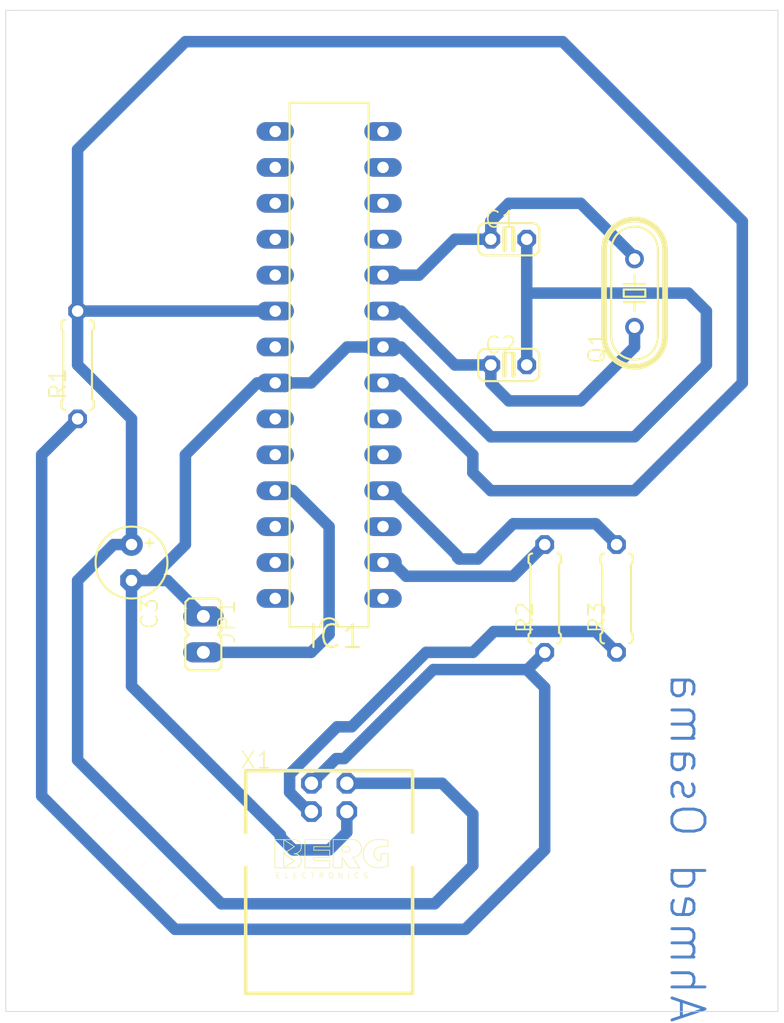
<source format=kicad_pcb>
(kicad_pcb (version 20230517) (generator pcbnew)
  (layers (0 "F.Cu" signal) (31 "B.Cu" signal) (34 "B.Paste" user) (35 "F.Paste" user) (36 "B.SilkS" user "B.Silkscreen") (37 "F.SilkS" user "F.Silkscreen") (38 "B.Mask" user) (39 "F.Mask" user) (44 "Edge.Cuts" user))
  (net 0 "")
  (net 1 "AREF")
  (net 2 "GND")
  (net 3 "D_P")
  (net 4 "N$21")
  (net 5 "N$22")
  (net 6 "D_N")
  (net 7 "VCC")
  (net 8 "R_P")
  (net 9 "R_N")
  (net 10 "N$1")
  (footprint "avrusbboot_example:E2,5-5" (layer "F.Cu") (at 130.0961 108.6486 -90)
    (fp_text reference "C3" (at 2.413 -1.27 90) (layer "F.SilkS") (effects (font (size 1.1557 1.1557) (thickness 0.1143)) (justify right)))
    (fp_text value "10u")
    (fp_line (start -1.397 -1.016) (end -1.397 -1.27) (stroke (width 0.1524)) (layer "F.SilkS"))
    (fp_line (start -1.651 -1.27) (end -1.397 -1.27) (stroke (width 0.1524)) (layer "F.SilkS"))
    (fp_line (start -1.397 -1.27) (end -1.143 -1.27) (stroke (width 0.1524)) (layer "F.SilkS"))
    (fp_line (start -1.397 -1.27) (end -1.397 -1.524) (stroke (width 0.1524)) (layer "F.SilkS"))
    (fp_circle (center 0 0) (end 2.54 0) (stroke (width 0.1524)) (fill none) (layer "F.SilkS"))
    (pad "+" thru_hole circle (at -1.27 0 270) (size 1.6002 1.6002) (drill 0.8128) (layers "*.Cu" "*.Mask") (net 7 "VCC"))
    (pad "-" thru_hole roundrect (at 1.27 0 270) (size 1.6002 1.6002) (drill 0.8128) (layers "*.Cu" "*.Mask") (chamfer_ratio 0.2928932188) (chamfer top_left top_right bottom_left bottom_right) (net 2 "GND"))
  )
  (footprint "avrusbboot_example:0207_7" (layer "F.Cu") (at 126.2861 94.6786 90)
    (fp_text reference "R1" (at -2.54 -1.397 90) (layer "F.SilkS") (effects (font (size 1.1557 1.1557) (thickness 0.1143)) (justify left)))
    (fp_text value "1k5")
    (fp_line (start 2.921 -1.143) (end 2.54 -1.143) (stroke (width 0.1524)) (layer "F.SilkS"))
    (fp_line (start -2.921 -1.143) (end -2.54 -1.143) (stroke (width 0.1524)) (layer "F.SilkS"))
    (fp_line (start 2.413 -1.016) (end 2.54 -1.143) (stroke (width 0.1524)) (layer "F.SilkS"))
    (fp_line (start 2.413 -1.016) (end -2.413 -1.016) (stroke (width 0.1524)) (layer "F.SilkS"))
    (fp_line (start -2.413 -1.016) (end -2.54 -1.143) (stroke (width 0.1524)) (layer "F.SilkS"))
    (fp_line (start 2.413 1.016) (end -2.413 1.016) (stroke (width 0.1524)) (layer "F.SilkS"))
    (fp_line (start 2.413 1.016) (end 2.54 1.143) (stroke (width 0.1524)) (layer "F.SilkS"))
    (fp_line (start -2.413 1.016) (end -2.54 1.143) (stroke (width 0.1524)) (layer "F.SilkS"))
    (fp_line (start 2.921 1.143) (end 2.54 1.143) (stroke (width 0.1524)) (layer "F.SilkS"))
    (fp_line (start -2.921 1.143) (end -2.54 1.143) (stroke (width 0.1524)) (layer "F.SilkS"))
    (fp_arc (start 2.921 -1.143) (mid 3.100605 -1.068605) (end 3.175 -0.889) (stroke (width 0.1524)) (layer "F.SilkS"))
    (fp_arc (start -3.175 -0.889) (mid -3.100605 -1.068605) (end -2.921 -1.143) (stroke (width 0.1524)) (layer "F.SilkS"))
    (fp_arc (start 3.175 0.889) (mid 3.100605 1.068605) (end 2.921 1.143) (stroke (width 0.1524)) (layer "F.SilkS"))
    (fp_arc (start -2.921 1.143) (mid -3.100605 1.068605) (end -3.175 0.889) (stroke (width 0.1524)) (layer "F.SilkS"))
    (pad "1" thru_hole roundrect (at -3.81 0 90) (size 1.3208 1.3208) (drill 0.8128) (layers "*.Cu" "*.Mask") (chamfer_ratio 0.2928932188) (chamfer top_left top_right bottom_left bottom_right) (net 6 "D_N"))
    (pad "2" thru_hole roundrect (at 3.81 0 90) (size 1.3208 1.3208) (drill 0.8128) (layers "*.Cu" "*.Mask") (chamfer_ratio 0.2928932188) (chamfer top_left top_right bottom_left bottom_right) (net 7 "VCC"))
  )
  (footprint "avrusbboot_example:C025-024X044" (layer "F.Cu") (at 156.7661 85.7886)
    (fp_text reference "C1" (at -1.778 -1.397) (layer "F.SilkS") (effects (font (size 1.1557 1.1557) (thickness 0.1143)) (justify left)))
    (fp_text value "27p")
    (fp_line (start -2.159 0.635) (end -2.159 -0.635) (stroke (width 0.1524)) (layer "F.SilkS"))
    (fp_line (start -0.3048 -0.762) (end -0.3048 0.762) (stroke (width 0.3048)) (layer "F.SilkS"))
    (fp_line (start 0.3302 -0.762) (end 0.3302 0.762) (stroke (width 0.3048)) (layer "F.SilkS"))
    (fp_line (start 1.651 -1.143) (end -1.651 -1.143) (stroke (width 0.1524)) (layer "F.SilkS"))
    (fp_line (start 1.651 1.143) (end -1.651 1.143) (stroke (width 0.1524)) (layer "F.SilkS"))
    (fp_line (start 2.159 0.635) (end 2.159 -0.635) (stroke (width 0.1524)) (layer "F.SilkS"))
    (fp_arc (start -2.159 -0.635) (mid -2.01021 -0.99421) (end -1.651 -1.143) (stroke (width 0.1524)) (layer "F.SilkS"))
    (fp_arc (start -1.651 1.143) (mid -2.01021 0.99421) (end -2.159 0.635) (stroke (width 0.1524)) (layer "F.SilkS"))
    (fp_arc (start 1.651 -1.143) (mid 2.01021 -0.99421) (end 2.159 -0.635) (stroke (width 0.1524)) (layer "F.SilkS"))
    (fp_arc (start 2.159 0.635) (mid 2.01021 0.99421) (end 1.651 1.143) (stroke (width 0.1524)) (layer "F.SilkS"))
    (pad "1" thru_hole roundrect (at -1.27 0) (size 1.3208 1.3208) (drill 0.8128) (layers "*.Cu" "*.Mask") (chamfer_ratio 0.2928932188) (chamfer top_left top_right bottom_left bottom_right) (net 4 "N$21"))
    (pad "2" thru_hole roundrect (at 1.27 0) (size 1.3208 1.3208) (drill 0.8128) (layers "*.Cu" "*.Mask") (chamfer_ratio 0.2928932188) (chamfer top_left top_right bottom_left bottom_right) (net 2 "GND"))
  )
  (footprint "avrusbboot_example:C025-024X044" (layer "F.Cu") (at 156.7661 94.6786)
    (fp_text reference "C2" (at -1.778 -1.397) (layer "F.SilkS") (effects (font (size 1.1557 1.1557) (thickness 0.1143)) (justify left)))
    (fp_text value "27p")
    (fp_line (start -2.159 0.635) (end -2.159 -0.635) (stroke (width 0.1524)) (layer "F.SilkS"))
    (fp_line (start -0.3048 -0.762) (end -0.3048 0.762) (stroke (width 0.3048)) (layer "F.SilkS"))
    (fp_line (start 0.3302 -0.762) (end 0.3302 0.762) (stroke (width 0.3048)) (layer "F.SilkS"))
    (fp_line (start 1.651 -1.143) (end -1.651 -1.143) (stroke (width 0.1524)) (layer "F.SilkS"))
    (fp_line (start 1.651 1.143) (end -1.651 1.143) (stroke (width 0.1524)) (layer "F.SilkS"))
    (fp_line (start 2.159 0.635) (end 2.159 -0.635) (stroke (width 0.1524)) (layer "F.SilkS"))
    (fp_arc (start -2.159 -0.635) (mid -2.01021 -0.99421) (end -1.651 -1.143) (stroke (width 0.1524)) (layer "F.SilkS"))
    (fp_arc (start -1.651 1.143) (mid -2.01021 0.99421) (end -2.159 0.635) (stroke (width 0.1524)) (layer "F.SilkS"))
    (fp_arc (start 1.651 -1.143) (mid 2.01021 -0.99421) (end 2.159 -0.635) (stroke (width 0.1524)) (layer "F.SilkS"))
    (fp_arc (start 2.159 0.635) (mid 2.01021 0.99421) (end 1.651 1.143) (stroke (width 0.1524)) (layer "F.SilkS"))
    (pad "1" thru_hole roundrect (at -1.27 0) (size 1.3208 1.3208) (drill 0.8128) (layers "*.Cu" "*.Mask") (chamfer_ratio 0.2928932188) (chamfer top_left top_right bottom_left bottom_right) (net 5 "N$22"))
    (pad "2" thru_hole roundrect (at 1.27 0) (size 1.3208 1.3208) (drill 0.8128) (layers "*.Cu" "*.Mask") (chamfer_ratio 0.2928932188) (chamfer top_left top_right bottom_left bottom_right) (net 2 "GND"))
  )
  (footprint "avrusbboot_example:0207_7" (layer "F.Cu") (at 159.3061 111.1886 90)
    (fp_text reference "R2" (at -2.54 -1.397 90) (layer "F.SilkS") (effects (font (size 1.1557 1.1557) (thickness 0.1143)) (justify left)))
    (fp_text value "68R")
    (fp_line (start 2.921 -1.143) (end 2.54 -1.143) (stroke (width 0.1524)) (layer "F.SilkS"))
    (fp_line (start -2.921 -1.143) (end -2.54 -1.143) (stroke (width 0.1524)) (layer "F.SilkS"))
    (fp_line (start 2.413 -1.016) (end 2.54 -1.143) (stroke (width 0.1524)) (layer "F.SilkS"))
    (fp_line (start 2.413 -1.016) (end -2.413 -1.016) (stroke (width 0.1524)) (layer "F.SilkS"))
    (fp_line (start -2.413 -1.016) (end -2.54 -1.143) (stroke (width 0.1524)) (layer "F.SilkS"))
    (fp_line (start 2.413 1.016) (end -2.413 1.016) (stroke (width 0.1524)) (layer "F.SilkS"))
    (fp_line (start 2.413 1.016) (end 2.54 1.143) (stroke (width 0.1524)) (layer "F.SilkS"))
    (fp_line (start -2.413 1.016) (end -2.54 1.143) (stroke (width 0.1524)) (layer "F.SilkS"))
    (fp_line (start 2.921 1.143) (end 2.54 1.143) (stroke (width 0.1524)) (layer "F.SilkS"))
    (fp_line (start -2.921 1.143) (end -2.54 1.143) (stroke (width 0.1524)) (layer "F.SilkS"))
    (fp_arc (start 2.921 -1.143) (mid 3.100605 -1.068605) (end 3.175 -0.889) (stroke (width 0.1524)) (layer "F.SilkS"))
    (fp_arc (start -3.175 -0.889) (mid -3.100605 -1.068605) (end -2.921 -1.143) (stroke (width 0.1524)) (layer "F.SilkS"))
    (fp_arc (start 3.175 0.889) (mid 3.100605 1.068605) (end 2.921 1.143) (stroke (width 0.1524)) (layer "F.SilkS"))
    (fp_arc (start -2.921 1.143) (mid -3.100605 1.068605) (end -3.175 0.889) (stroke (width 0.1524)) (layer "F.SilkS"))
    (pad "1" thru_hole roundrect (at -3.81 0 90) (size 1.3208 1.3208) (drill 0.8128) (layers "*.Cu" "*.Mask") (chamfer_ratio 0.2928932188) (chamfer top_left top_right bottom_left bottom_right) (net 6 "D_N"))
    (pad "2" thru_hole roundrect (at 3.81 0 90) (size 1.3208 1.3208) (drill 0.8128) (layers "*.Cu" "*.Mask") (chamfer_ratio 0.2928932188) (chamfer top_left top_right bottom_left bottom_right) (net 9 "R_N"))
  )
  (footprint "avrusbboot_example:DIL28-3" (layer "F.Cu") (at 144.0661 94.6786 90)
    (fp_text reference "IC1" (at -19.2024 2.54) (layer "F.SilkS") (effects (font (size 1.61798 1.61798) (thickness 0.16002)) (justify right)))
    (fp_text value "ATMega8")
    (fp_line (start 18.542 -2.794) (end 18.542 2.794) (stroke (width 0.1524)) (layer "F.SilkS"))
    (fp_line (start -18.542 -2.794) (end 18.542 -2.794) (stroke (width 0.1524)) (layer "F.SilkS"))
    (fp_line (start -18.542 -2.794) (end -18.542 -0.635) (stroke (width 0.1524)) (layer "F.SilkS"))
    (fp_line (start -18.542 0.635) (end -18.542 2.794) (stroke (width 0.1524)) (layer "F.SilkS"))
    (fp_line (start -18.542 2.794) (end 18.542 2.794) (stroke (width 0.1524)) (layer "F.SilkS"))
    (fp_arc (start -18.542 -0.635) (mid -17.907 0) (end -18.542 0.635) (stroke (width 0.1524)) (layer "F.SilkS"))
    (pad "1" thru_hole oval (at -16.51 3.81 180) (size 2.6416 1.3208) (drill 0.8128) (layers "*.Cu" "*.Mask"))
    (pad "2" thru_hole oval (at -13.97 3.81 180) (size 2.6416 1.3208) (drill 0.8128) (layers "*.Cu" "*.Mask") (net 9 "R_N"))
    (pad "3" thru_hole oval (at -11.43 3.81 180) (size 2.6416 1.3208) (drill 0.8128) (layers "*.Cu" "*.Mask"))
    (pad "4" thru_hole oval (at -8.89 3.81 180) (size 2.6416 1.3208) (drill 0.8128) (layers "*.Cu" "*.Mask") (net 8 "R_P"))
    (pad "5" thru_hole oval (at -6.35 3.81 180) (size 2.6416 1.3208) (drill 0.8128) (layers "*.Cu" "*.Mask"))
    (pad "6" thru_hole oval (at -3.81 3.81 180) (size 2.6416 1.3208) (drill 0.8128) (layers "*.Cu" "*.Mask"))
    (pad "7" thru_hole oval (at -1.27 3.81 180) (size 2.6416 1.3208) (drill 0.8128) (layers "*.Cu" "*.Mask") (net 7 "VCC"))
    (pad "8" thru_hole oval (at 1.27 3.81 180) (size 2.6416 1.3208) (drill 0.8128) (layers "*.Cu" "*.Mask") (net 2 "GND"))
    (pad "9" thru_hole oval (at 3.81 3.81 180) (size 2.6416 1.3208) (drill 0.8128) (layers "*.Cu" "*.Mask") (net 5 "N$22"))
    (pad "10" thru_hole oval (at 6.35 3.81 180) (size 2.6416 1.3208) (drill 0.8128) (layers "*.Cu" "*.Mask") (net 4 "N$21"))
    (pad "11" thru_hole oval (at 8.89 3.81 180) (size 2.6416 1.3208) (drill 0.8128) (layers "*.Cu" "*.Mask"))
    (pad "12" thru_hole oval (at 11.43 3.81 180) (size 2.6416 1.3208) (drill 0.8128) (layers "*.Cu" "*.Mask"))
    (pad "13" thru_hole oval (at 13.97 3.81 180) (size 2.6416 1.3208) (drill 0.8128) (layers "*.Cu" "*.Mask"))
    (pad "14" thru_hole oval (at 16.51 3.81 180) (size 2.6416 1.3208) (drill 0.8128) (layers "*.Cu" "*.Mask"))
    (pad "15" thru_hole oval (at 16.51 -3.81 180) (size 2.6416 1.3208) (drill 0.8128) (layers "*.Cu" "*.Mask"))
    (pad "16" thru_hole oval (at 13.97 -3.81 180) (size 2.6416 1.3208) (drill 0.8128) (layers "*.Cu" "*.Mask"))
    (pad "17" thru_hole oval (at 11.43 -3.81 180) (size 2.6416 1.3208) (drill 0.8128) (layers "*.Cu" "*.Mask"))
    (pad "18" thru_hole oval (at 8.89 -3.81 180) (size 2.6416 1.3208) (drill 0.8128) (layers "*.Cu" "*.Mask"))
    (pad "19" thru_hole oval (at 6.35 -3.81 180) (size 2.6416 1.3208) (drill 0.8128) (layers "*.Cu" "*.Mask"))
    (pad "20" thru_hole oval (at 3.81 -3.81 180) (size 2.6416 1.3208) (drill 0.8128) (layers "*.Cu" "*.Mask") (net 7 "VCC"))
    (pad "21" thru_hole oval (at 1.27 -3.81 180) (size 2.6416 1.3208) (drill 0.8128) (layers "*.Cu" "*.Mask") (net 1 "AREF"))
    (pad "22" thru_hole oval (at -1.27 -3.81 180) (size 2.6416 1.3208) (drill 0.8128) (layers "*.Cu" "*.Mask") (net 2 "GND"))
    (pad "23" thru_hole oval (at -3.81 -3.81 180) (size 2.6416 1.3208) (drill 0.8128) (layers "*.Cu" "*.Mask"))
    (pad "24" thru_hole oval (at -6.35 -3.81 180) (size 2.6416 1.3208) (drill 0.8128) (layers "*.Cu" "*.Mask"))
    (pad "25" thru_hole oval (at -8.89 -3.81 180) (size 2.6416 1.3208) (drill 0.8128) (layers "*.Cu" "*.Mask") (net 10 "N$1"))
    (pad "26" thru_hole oval (at -11.43 -3.81 180) (size 2.6416 1.3208) (drill 0.8128) (layers "*.Cu" "*.Mask"))
    (pad "27" thru_hole oval (at -13.97 -3.81 180) (size 2.6416 1.3208) (drill 0.8128) (layers "*.Cu" "*.Mask"))
    (pad "28" thru_hole oval (at -16.51 -3.81 180) (size 2.6416 1.3208) (drill 0.8128) (layers "*.Cu" "*.Mask"))
  )
  (footprint "avrusbboot_example:PN61729" (layer "F.Cu") (at 144.0661 128.9686)
    (fp_text reference "X1" (at -6.35 -6.35) (layer "F.SilkS") (effects (font (size 1.176528 1.176528) (thickness 0.093472)) (justify left)))
    (fp_text value "")
    (fp_line (start -5.9 -5.6) (end -5.9 10.15) (stroke (width 0.254)) (layer "F.SilkS"))
    (fp_line (start -5.9 10.15) (end 5.9 10.15) (stroke (width 0.254)) (layer "F.SilkS"))
    (fp_line (start -3.835 -0.73) (end -3.835 1.27) (stroke (width 0.0508)) (layer "F.SilkS"))
    (fp_line (start -3.835 1.27) (end -3.21 1.27) (stroke (width 0.0508)) (layer "F.SilkS"))
    (fp_line (start -3.21 -0.73) (end -3.835 -0.73) (stroke (width 0.0508)) (layer "F.SilkS"))
    (fp_line (start -3.21 -0.73) (end -2.46 -0.23) (stroke (width 0.0508)) (layer "F.SilkS"))
    (fp_line (start -3.21 0.27) (end -3.21 -0.73) (stroke (width 0.0508)) (layer "F.SilkS"))
    (fp_line (start -3.21 0.27) (end -2.46 0.77) (stroke (width 0.0508)) (layer "F.SilkS"))
    (fp_line (start -3.21 1.27) (end -3.21 0.27) (stroke (width 0.0508)) (layer "F.SilkS"))
    (fp_line (start -2.46 -0.73) (end -3.21 -0.73) (stroke (width 0.0508)) (layer "F.SilkS"))
    (fp_line (start -2.46 -0.23) (end -3.21 0.27) (stroke (width 0.0508)) (layer "F.SilkS"))
    (fp_line (start -2.46 0.77) (end -3.21 1.27) (stroke (width 0.0508)) (layer "F.SilkS"))
    (fp_line (start -2.46 1.27) (end -3.21 1.27) (stroke (width 0.0508)) (layer "F.SilkS"))
    (fp_line (start -1.71 -0.73) (end -1.71 1.27) (stroke (width 0.0508)) (layer "F.SilkS"))
    (fp_line (start -1.71 1.27) (end 0.04 1.27) (stroke (width 0.0508)) (layer "F.SilkS"))
    (fp_line (start -1.085 -0.23) (end 0.04 -0.23) (stroke (width 0.0508)) (layer "F.SilkS"))
    (fp_line (start -1.085 0.02) (end -1.085 -0.23) (stroke (width 0.0508)) (layer "F.SilkS"))
    (fp_line (start -1.085 0.52) (end 0.04 0.52) (stroke (width 0.0508)) (layer "F.SilkS"))
    (fp_line (start -1.085 0.77) (end -1.085 0.52) (stroke (width 0.0508)) (layer "F.SilkS"))
    (fp_line (start 0.04 -0.73) (end -1.71 -0.73) (stroke (width 0.0508)) (layer "F.SilkS"))
    (fp_line (start 0.04 -0.23) (end 0.04 -0.73) (stroke (width 0.0508)) (layer "F.SilkS"))
    (fp_line (start 0.04 0.02) (end -1.085 0.02) (stroke (width 0.0508)) (layer "F.SilkS"))
    (fp_line (start 0.04 0.52) (end 0.04 0.02) (stroke (width 0.0508)) (layer "F.SilkS"))
    (fp_line (start 0.04 0.77) (end -1.085 0.77) (stroke (width 0.0508)) (layer "F.SilkS"))
    (fp_line (start 0.04 1.27) (end 0.04 0.77) (stroke (width 0.0508)) (layer "F.SilkS"))
    (fp_line (start 0.29 -0.73) (end 0.29 1.27) (stroke (width 0.0508)) (layer "F.SilkS"))
    (fp_line (start 0.29 -0.73) (end 1.665 -0.73) (stroke (width 0.0508)) (layer "F.SilkS"))
    (fp_line (start 0.29 1.27) (end 0.915 1.27) (stroke (width 0.0508)) (layer "F.SilkS"))
    (fp_line (start 0.915 -0.23) (end 0.915 0.145) (stroke (width 0.0508)) (layer "F.SilkS"))
    (fp_line (start 0.915 -0.23) (end 1.29 -0.23) (stroke (width 0.0508)) (layer "F.SilkS"))
    (fp_line (start 0.915 0.145) (end 1.29 0.145) (stroke (width 0.0508)) (layer "F.SilkS"))
    (fp_line (start 0.915 0.52) (end 1.415 1.27) (stroke (width 0.0508)) (layer "F.SilkS"))
    (fp_line (start 0.915 1.27) (end 0.915 0.52) (stroke (width 0.0508)) (layer "F.SilkS"))
    (fp_line (start 1.415 1.27) (end 2.165 1.27) (stroke (width 0.0508)) (layer "F.SilkS"))
    (fp_line (start 2.165 1.27) (end 1.665 0.52) (stroke (width 0.0508)) (layer "F.SilkS"))
    (fp_line (start 3.665 0.27) (end 3.665 0.77) (stroke (width 0.0508)) (layer "F.SilkS"))
    (fp_line (start 3.665 0.27) (end 4.165 0.27) (stroke (width 0.0508)) (layer "F.SilkS"))
    (fp_line (start 4.16 -0.23) (end 4.16 -0.675) (stroke (width 0.0508)) (layer "F.SilkS"))
    (fp_line (start 4.165 0.27) (end 4.165 1.145) (stroke (width 0.0508)) (layer "F.SilkS"))
    (fp_line (start 5.9 -5.6) (end -5.9 -5.6) (stroke (width 0.254)) (layer "F.SilkS"))
    (fp_line (start 5.9 10.15) (end 5.9 -5.6) (stroke (width 0.254)) (layer "F.SilkS"))
    (fp_arc (start -2.46 -0.73) (mid -1.96 -0.23) (end -2.46 0.27) (stroke (width 0.0508)) (layer "F.SilkS"))
    (fp_arc (start -2.46 0.27) (mid -1.96 0.77) (end -2.46 1.27) (stroke (width 0.0508)) (layer "F.SilkS"))
    (fp_arc (start 1.29 -0.23) (mid 1.4775 -0.0425) (end 1.29 0.145) (stroke (width 0.0508)) (layer "F.SilkS"))
    (fp_arc (start 1.665 -0.73) (mid 2.29 -0.105) (end 1.665 0.52) (stroke (width 0.0508)) (layer "F.SilkS"))
    (fp_arc (start 3.415 -0.73) (mid 3.796448 -0.722513) (end 4.175 -0.675) (stroke (width 0.0508)) (layer "F.SilkS"))
    (fp_arc (start 3.415 1.27) (mid 2.415 0.27) (end 3.415 -0.73) (stroke (width 0.0508)) (layer "F.SilkS"))
    (fp_arc (start 3.665 -0.23) (mid 3.915 -0.246593) (end 4.165 -0.23) (stroke (width 0.0508)) (layer "F.SilkS"))
    (fp_arc (start 3.665 0.77) (mid 3.165 0.27) (end 3.665 -0.23) (stroke (width 0.0508)) (layer "F.SilkS"))
    (fp_arc (start 4.165 1.145) (mid 3.795035 1.23771) (end 3.415 1.27) (stroke (width 0.0508)) (layer "F.SilkS"))
    (fp_text user "E L E C T R O N I C S" (at -3.81 2.04) (layer "F.SilkS") (effects (font (size 0.373888 0.373888) (thickness 0.032512)) (justify left bottom)))
    (pad "" np_thru_hole circle (at -6.02 0) (size 2.3 2.3) (drill 2.3) (layers "*.Cu" "*.Mask"))
    (pad "" np_thru_hole circle (at 6.02 0) (size 2.3 2.3) (drill 2.3) (layers "*.Cu" "*.Mask"))
    (pad "1" thru_hole roundrect (at 1.25 -4.71) (size 1.458 1.458) (drill 0.95) (layers "*.Cu" "*.Mask") (chamfer_ratio 0.2928932188) (chamfer top_left top_right bottom_left bottom_right) (net 7 "VCC"))
    (pad "2" thru_hole roundrect (at -1.25 -4.71) (size 1.458 1.458) (drill 0.95) (layers "*.Cu" "*.Mask") (chamfer_ratio 0.2928932188) (chamfer top_left top_right bottom_left bottom_right) (net 6 "D_N"))
    (pad "3" thru_hole roundrect (at -1.25 -2.71) (size 1.458 1.458) (drill 0.95) (layers "*.Cu" "*.Mask") (chamfer_ratio 0.2928932188) (chamfer top_left top_right bottom_left bottom_right) (net 3 "D_P"))
    (pad "4" thru_hole roundrect (at 1.25 -2.71) (size 1.458 1.458) (drill 0.95) (layers "*.Cu" "*.Mask") (chamfer_ratio 0.2928932188) (chamfer top_left top_right bottom_left bottom_right) (net 2 "GND"))
  )
  (footprint "avrusbboot_example:HC49_S" (layer "F.Cu") (at 165.6561 89.5986 90)
    (fp_text reference "Q1" (at -5.08 -2.667 90) (layer "F.SilkS") (effects (font (size 1.1557 1.1557) (thickness 0.1143)) (justify left)))
    (fp_text value "12MHz")
    (fp_line (start -3.048 -2.159) (end 3.048 -2.159) (stroke (width 0.4064)) (layer "F.SilkS"))
    (fp_line (start 3.048 -1.651) (end -3.048 -1.651) (stroke (width 0.1524)) (layer "F.SilkS"))
    (fp_line (start 0.635 -0.762) (end 0.635 0) (stroke (width 0.1524)) (layer "F.SilkS"))
    (fp_line (start 0.254 -0.762) (end 0.254 0.762) (stroke (width 0.1524)) (layer "F.SilkS"))
    (fp_line (start -0.254 -0.762) (end 0.254 -0.762) (stroke (width 0.1524)) (layer "F.SilkS"))
    (fp_line (start -0.635 -0.762) (end -0.635 0) (stroke (width 0.1524)) (layer "F.SilkS"))
    (fp_line (start 0.635 0) (end 1.27 0) (stroke (width 0.1524)) (layer "F.SilkS"))
    (fp_line (start 0.635 0) (end 0.635 0.762) (stroke (width 0.1524)) (layer "F.SilkS"))
    (fp_line (start -0.635 0) (end -1.27 0) (stroke (width 0.1524)) (layer "F.SilkS"))
    (fp_line (start -0.635 0) (end -0.635 0.762) (stroke (width 0.1524)) (layer "F.SilkS"))
    (fp_line (start 0.254 0.762) (end -0.254 0.762) (stroke (width 0.1524)) (layer "F.SilkS"))
    (fp_line (start -0.254 0.762) (end -0.254 -0.762) (stroke (width 0.1524)) (layer "F.SilkS"))
    (fp_line (start -3.048 1.651) (end 3.048 1.651) (stroke (width 0.1524)) (layer "F.SilkS"))
    (fp_line (start -3.048 2.159) (end 3.048 2.159) (stroke (width 0.4064)) (layer "F.SilkS"))
    (fp_arc (start 3.048 -2.159) (mid 5.207 0) (end 3.048 2.159) (stroke (width 0.4064)) (layer "F.SilkS"))
    (fp_arc (start 3.048 -1.651) (mid 4.699 0) (end 3.048 1.651) (stroke (width 0.1524)) (layer "F.SilkS"))
    (fp_arc (start -3.048 1.651) (mid -4.699 0) (end -3.048 -1.651) (stroke (width 0.1524)) (layer "F.SilkS"))
    (fp_arc (start -3.048 2.159) (mid -5.207 0) (end -3.048 -2.159) (stroke (width 0.4064)) (layer "F.SilkS"))
    (pad "1" thru_hole circle (at -2.413 0 90) (size 1.3208 1.3208) (drill 0.8128) (layers "*.Cu" "*.Mask") (net 5 "N$22"))
    (pad "2" thru_hole circle (at 2.413 0 90) (size 1.3208 1.3208) (drill 0.8128) (layers "*.Cu" "*.Mask") (net 4 "N$21"))
  )
  (footprint "avrusbboot_example:JP1" (layer "F.Cu") (at 135.1761 113.7286 180)
    (fp_text reference "JP1" (at -1.651 2.54 90) (layer "F.SilkS") (effects (font (size 1.1557 1.1557) (thickness 0.1143)) (justify right)))
    (fp_text value "")
    (fp_line (start 1.27 0.254) (end 1.27 2.286) (stroke (width 0.1524)) (layer "F.SilkS"))
    (fp_line (start 1.27 -2.286) (end 1.27 -0.254) (stroke (width 0.1524)) (layer "F.SilkS"))
    (fp_line (start 1.27 -2.286) (end 1.016 -2.54) (stroke (width 0.1524)) (layer "F.SilkS"))
    (fp_line (start 1.016 2.54) (end 1.27 2.286) (stroke (width 0.1524)) (layer "F.SilkS"))
    (fp_line (start 1.016 0) (end 1.27 0.254) (stroke (width 0.1524)) (layer "F.SilkS"))
    (fp_line (start 1.016 0) (end 1.27 -0.254) (stroke (width 0.1524)) (layer "F.SilkS"))
    (fp_line (start 1.016 -2.54) (end -1.016 -2.54) (stroke (width 0.1524)) (layer "F.SilkS"))
    (fp_line (start -1.016 2.54) (end 1.016 2.54) (stroke (width 0.1524)) (layer "F.SilkS"))
    (fp_line (start -1.016 2.54) (end -1.27 2.286) (stroke (width 0.1524)) (layer "F.SilkS"))
    (fp_line (start -1.016 0) (end -1.27 0.254) (stroke (width 0.1524)) (layer "F.SilkS"))
    (fp_line (start -1.016 0) (end -1.27 -0.254) (stroke (width 0.1524)) (layer "F.SilkS"))
    (fp_line (start -1.27 0.254) (end -1.27 2.286) (stroke (width 0.1524)) (layer "F.SilkS"))
    (fp_line (start -1.27 -2.286) (end -1.016 -2.54) (stroke (width 0.1524)) (layer "F.SilkS"))
    (fp_line (start -1.27 -2.286) (end -1.27 -0.254) (stroke (width 0.1524)) (layer "F.SilkS"))
    (pad "1" thru_hole oval (at 0 1.27 180) (size 2.8448 1.4224) (drill 0.9144) (layers "*.Cu" "*.Mask") (net 2 "GND"))
    (pad "2" thru_hole oval (at 0 -1.27 180) (size 2.8448 1.4224) (drill 0.9144) (layers "*.Cu" "*.Mask") (net 10 "N$1"))
  )
  (footprint "avrusbboot_example:0207_7" (layer "F.Cu") (at 164.3861 111.1886 90)
    (fp_text reference "R3" (at -2.54 -1.397 90) (layer "F.SilkS") (effects (font (size 1.1557 1.1557) (thickness 0.1143)) (justify left)))
    (fp_text value "68R")
    (fp_line (start 2.921 -1.143) (end 2.54 -1.143) (stroke (width 0.1524)) (layer "F.SilkS"))
    (fp_line (start -2.921 -1.143) (end -2.54 -1.143) (stroke (width 0.1524)) (layer "F.SilkS"))
    (fp_line (start 2.413 -1.016) (end 2.54 -1.143) (stroke (width 0.1524)) (layer "F.SilkS"))
    (fp_line (start 2.413 -1.016) (end -2.413 -1.016) (stroke (width 0.1524)) (layer "F.SilkS"))
    (fp_line (start -2.413 -1.016) (end -2.54 -1.143) (stroke (width 0.1524)) (layer "F.SilkS"))
    (fp_line (start 2.413 1.016) (end -2.413 1.016) (stroke (width 0.1524)) (layer "F.SilkS"))
    (fp_line (start 2.413 1.016) (end 2.54 1.143) (stroke (width 0.1524)) (layer "F.SilkS"))
    (fp_line (start -2.413 1.016) (end -2.54 1.143) (stroke (width 0.1524)) (layer "F.SilkS"))
    (fp_line (start 2.921 1.143) (end 2.54 1.143) (stroke (width 0.1524)) (layer "F.SilkS"))
    (fp_line (start -2.921 1.143) (end -2.54 1.143) (stroke (width 0.1524)) (layer "F.SilkS"))
    (fp_arc (start 2.921 -1.143) (mid 3.100605 -1.068605) (end 3.175 -0.889) (stroke (width 0.1524)) (layer "F.SilkS"))
    (fp_arc (start -3.175 -0.889) (mid -3.100605 -1.068605) (end -2.921 -1.143) (stroke (width 0.1524)) (layer "F.SilkS"))
    (fp_arc (start 3.175 0.889) (mid 3.100605 1.068605) (end 2.921 1.143) (stroke (width 0.1524)) (layer "F.SilkS"))
    (fp_arc (start -2.921 1.143) (mid -3.100605 1.068605) (end -3.175 0.889) (stroke (width 0.1524)) (layer "F.SilkS"))
    (pad "1" thru_hole roundrect (at -3.81 0 90) (size 1.3208 1.3208) (drill 0.8128) (layers "*.Cu" "*.Mask") (chamfer_ratio 0.2928932188) (chamfer top_left top_right bottom_left bottom_right) (net 3 "D_P"))
    (pad "2" thru_hole roundrect (at 3.81 0 90) (size 1.3208 1.3208) (drill 0.8128) (layers "*.Cu" "*.Mask") (chamfer_ratio 0.2928932188) (chamfer top_left top_right bottom_left bottom_right) (net 8 "R_P"))
  )
  (gr_line (start 121.2061 69.6086) (end 121.2061 140.3986) (stroke (width 0.05)) (layer "Edge.Cuts"))
  (gr_line (start 175.7961 140.3986) (end 175.7961 69.6086) (stroke (width 0.05)) (layer "Edge.Cuts"))
  (gr_line (start 121.2061 140.3986) (end 175.7961 140.3986) (stroke (width 0.05)) (layer "Edge.Cuts"))
  (gr_line (start 175.7961 69.6086) (end 121.2061 69.6086) (stroke (width 0.05)) (layer "Edge.Cuts"))
  (gr_text "Ahmed Osama" (at 170.7361 116.2686 -90) (layer "B.Cu") (effects (font (size 2.3368 2.3368) (thickness 0.2032)) (justify right top mirror)))
  (segment (start 147.8761 93.4086) (end 145.3361 93.4086) (width 0.8128) (layer "B.Cu") (net 2))
  (segment (start 169.4661 89.5986) (end 158.0361 89.5986) (width 0.8128) (layer "B.Cu") (net 2))
  (segment (start 170.7361 94.6786) (end 170.7361 90.8686) (width 0.8128) (layer "B.Cu") (net 2))
  (segment (start 147.8761 93.4086) (end 149.1461 93.4086) (width 0.8128) (layer "B.Cu") (net 2))
  (segment (start 142.7961 95.9486) (end 140.2561 95.9486) (width 0.8128) (layer "B.Cu") (net 2))
  (segment (start 140.6185 127.903075) (end 140.6185 128.061) (width 0.8128) (layer "B.Cu") (net 2))
  (segment (start 145.3361 93.4086) (end 142.7961 95.9486) (width 0.8128) (layer "B.Cu") (net 2))
  (segment (start 158.0361 85.7886) (end 158.0361 89.5986) (width 0.8128) (layer "B.Cu") (net 2))
  (segment (start 141.5261 128.9686) (end 144.0661 128.9686) (width 0.8128) (layer "B.Cu") (net 2))
  (segment (start 133.9061 107.3786) (end 133.9061 101.0286) (width 0.8128) (layer "B.Cu") (net 2))
  (segment (start 133.9061 101.0286) (end 138.9861 95.9486) (width 0.8128) (layer "B.Cu") (net 2))
  (segment (start 130.0961 109.9186) (end 130.0961 117.380675) (width 0.8128) (layer "B.Cu") (net 2))
  (segment (start 165.6561 99.7586) (end 170.7361 94.6786) (width 0.8128) (layer "B.Cu") (net 2))
  (segment (start 130.0961 109.9186) (end 131.3661 109.9186) (width 0.8128) (layer "B.Cu") (net 2))
  (segment (start 145.3161 127.7186) (end 145.3161 126.2586) (width 0.8128) (layer "B.Cu") (net 2))
  (segment (start 131.3661 109.9186) (end 133.9061 107.3786) (width 0.8128) (layer "B.Cu") (net 2))
  (segment (start 140.6185 128.061) (end 141.5261 128.9686) (width 0.8128) (layer "B.Cu") (net 2))
  (segment (start 130.0961 117.380675) (end 140.6185 127.903075) (width 0.8128) (layer "B.Cu") (net 2))
  (segment (start 155.4961 99.7586) (end 165.6561 99.7586) (width 0.8128) (layer "B.Cu") (net 2))
  (segment (start 138.9861 95.9486) (end 140.2561 95.9486) (width 0.8128) (layer "B.Cu") (net 2))
  (segment (start 170.7361 90.8686) (end 169.4661 89.5986) (width 0.8128) (layer "B.Cu") (net 2))
  (segment (start 144.0661 128.9686) (end 145.3161 127.7186) (width 0.8128) (layer "B.Cu") (net 2))
  (segment (start 158.0361 89.5986) (end 158.0361 94.6786) (width 0.8128) (layer "B.Cu") (net 2))
  (segment (start 149.1461 93.4086) (end 155.4961 99.7586) (width 0.8128) (layer "B.Cu") (net 2))
  (segment (start 132.6361 109.9186) (end 130.0961 109.9186) (width 0.8128) (layer "B.Cu") (net 2))
  (segment (start 135.1761 112.4586) (end 132.6361 109.9186) (width 0.8128) (layer "B.Cu") (net 2))
  (via (at 142.8161 126.2586) (size 0.7564) (drill 0.35) (layers "F.Cu" "B.Cu") (net 3))
  (segment (start 141.274293 123.619957) (end 144.628028 120.266222) (width 0.8128) (layer "B.Cu") (net 3))
  (segment (start 141.274293 124.897244) (end 141.274293 123.619957) (width 0.8128) (layer "B.Cu") (net 3))
  (segment (start 154.240481 114.9986) (end 155.713687 113.525394) (width 0.8128) (layer "B.Cu") (net 3))
  (segment (start 162.912893 113.525394) (end 164.3861 114.9986) (width 0.8128) (layer "B.Cu") (net 3))
  (segment (start 142.63565 126.2586) (end 141.274293 124.897244) (width 0.8128) (layer "B.Cu") (net 3))
  (segment (start 155.713687 113.525394) (end 162.912893 113.525394) (width 0.8128) (layer "B.Cu") (net 3))
  (segment (start 145.656331 120.266222) (end 150.923953 114.9986) (width 0.8128) (layer "B.Cu") (net 3))
  (segment (start 144.628028 120.266222) (end 145.656331 120.266222) (width 0.8128) (layer "B.Cu") (net 3))
  (segment (start 150.923953 114.9986) (end 154.240481 114.9986) (width 0.8128) (layer "B.Cu") (net 3))
  (segment (start 142.8161 126.2586) (end 142.63565 126.2586) (width 0.8128) (layer "B.Cu") (net 3))
  (segment (start 152.9561 85.7886) (end 155.4961 85.7886) (width 0.8128) (layer "B.Cu") (net 4))
  (segment (start 156.7661 83.2486) (end 161.8461 83.2486) (width 0.8128) (layer "B.Cu") (net 4))
  (segment (start 150.4161 88.3286) (end 152.9561 85.7886) (width 0.8128) (layer "B.Cu") (net 4))
  (segment (start 165.6561 87.0586) (end 165.6561 87.1856) (width 0.8128) (layer "B.Cu") (net 4))
  (segment (start 155.4961 84.5186) (end 156.7661 83.2486) (width 0.8128) (layer "B.Cu") (net 4))
  (segment (start 161.8461 83.2486) (end 165.6561 87.0586) (width 0.8128) (layer "B.Cu") (net 4))
  (segment (start 155.4961 85.7886) (end 155.4961 84.5186) (width 0.8128) (layer "B.Cu") (net 4))
  (segment (start 147.8761 88.3286) (end 150.4161 88.3286) (width 0.8128) (layer "B.Cu") (net 4))
  (segment (start 156.7661 97.2186) (end 155.4961 95.9486) (width 0.8128) (layer "B.Cu") (net 5))
  (segment (start 165.6561 92.0116) (end 165.6561 93.4086) (width 0.8128) (layer "B.Cu") (net 5))
  (segment (start 149.1461 90.8686) (end 147.8761 90.8686) (width 0.8128) (layer "B.Cu") (net 5))
  (segment (start 155.4961 95.9486) (end 155.4961 94.6786) (width 0.8128) (layer "B.Cu") (net 5))
  (segment (start 161.8461 97.2186) (end 156.7661 97.2186) (width 0.8128) (layer "B.Cu") (net 5))
  (segment (start 155.4961 94.6786) (end 152.9561 94.6786) (width 0.8128) (layer "B.Cu") (net 5))
  (segment (start 165.6561 93.4086) (end 161.8461 97.2186) (width 0.8128) (layer "B.Cu") (net 5))
  (segment (start 152.9561 94.6786) (end 149.1461 90.8686) (width 0.8128) (layer "B.Cu") (net 5))
  (segment (start 133.170575 134.583075) (end 153.691625 134.583075) (width 0.8128) (layer "B.Cu") (net 6))
  (segment (start 158.0869 116.2178) (end 159.3061 114.9986) (width 0.8128) (layer "B.Cu") (net 6))
  (segment (start 158.0361 116.2178) (end 158.0869 116.2178) (width 0.8128) (layer "B.Cu") (net 6))
  (segment (start 123.7461 101.0286) (end 123.7461 125.1586) (width 0.8128) (layer "B.Cu") (net 6))
  (segment (start 145.133162 122.513604) (end 151.428965 116.2178) (width 0.8128) (layer "B.Cu") (net 6))
  (segment (start 142.8161 124.2586) (end 144.561096 122.513604) (width 0.8128) (layer "B.Cu") (net 6))
  (segment (start 126.2861 98.4886) (end 123.7461 101.0286) (width 0.8128) (layer "B.Cu") (net 6))
  (segment (start 159.3061 117.4878) (end 158.0361 116.2178) (width 0.8128) (layer "B.Cu") (net 6))
  (segment (start 151.428965 116.2178) (end 158.0361 116.2178) (width 0.8128) (layer "B.Cu") (net 6))
  (segment (start 153.691625 134.583075) (end 159.3061 128.9686) (width 0.8128) (layer "B.Cu") (net 6))
  (segment (start 123.7461 125.1586) (end 133.170575 134.583075) (width 0.8128) (layer "B.Cu") (net 6))
  (segment (start 159.3061 128.9686) (end 159.3061 117.4878) (width 0.8128) (layer "B.Cu") (net 6))
  (segment (start 144.561096 122.513604) (end 145.133162 122.513604) (width 0.8128) (layer "B.Cu") (net 6))
  (segment (start 130.0961 98.4886) (end 126.2861 94.6786) (width 0.8128) (layer "B.Cu") (net 7))
  (segment (start 152.0561 124.2586) (end 145.3161 124.2586) (width 0.8128) (layer "B.Cu") (net 7))
  (segment (start 154.2261 130.080675) (end 154.2261 126.4286) (width 0.8128) (layer "B.Cu") (net 7))
  (segment (start 126.2861 94.6786) (end 126.2861 90.8686) (width 0.8128) (layer "B.Cu") (net 7))
  (segment (start 173.2761 84.5186) (end 160.5761 71.8186) (width 0.8128) (layer "B.Cu") (net 7))
  (segment (start 128.8261 107.3786) (end 126.2861 109.9186) (width 0.8128) (layer "B.Cu") (net 7))
  (segment (start 160.5761 71.8186) (end 133.9061 71.8186) (width 0.8128) (layer "B.Cu") (net 7))
  (segment (start 155.4961 103.5686) (end 165.6561 103.5686) (width 0.8128) (layer "B.Cu") (net 7))
  (segment (start 149.1461 95.9486) (end 154.2261 101.0286) (width 0.8128) (layer "B.Cu") (net 7))
  (segment (start 126.2861 109.9186) (end 126.2861 122.6186) (width 0.8128) (layer "B.Cu") (net 7))
  (segment (start 147.8761 95.9486) (end 149.1461 95.9486) (width 0.8128) (layer "B.Cu") (net 7))
  (segment (start 130.0961 107.3786) (end 130.0961 98.4886) (width 0.8128) (layer "B.Cu") (net 7))
  (segment (start 130.0961 107.3786) (end 128.8261 107.3786) (width 0.8128) (layer "B.Cu") (net 7))
  (segment (start 154.2261 126.4286) (end 152.0561 124.2586) (width 0.8128) (layer "B.Cu") (net 7))
  (segment (start 165.6561 103.5686) (end 173.2761 95.9486) (width 0.8128) (layer "B.Cu") (net 7))
  (segment (start 173.2761 95.9486) (end 173.2761 84.5186) (width 0.8128) (layer "B.Cu") (net 7))
  (segment (start 126.2861 122.6186) (end 136.4461 132.7786) (width 0.8128) (layer "B.Cu") (net 7))
  (segment (start 136.4461 132.7786) (end 151.528175 132.7786) (width 0.8128) (layer "B.Cu") (net 7))
  (segment (start 154.2261 101.0286) (end 154.2261 102.2986) (width 0.8128) (layer "B.Cu") (net 7))
  (segment (start 126.2861 79.4386) (end 126.2861 90.8686) (width 0.8128) (layer "B.Cu") (net 7))
  (segment (start 154.2261 102.2986) (end 155.4961 103.5686) (width 0.8128) (layer "B.Cu") (net 7))
  (segment (start 133.9061 71.8186) (end 126.2861 79.4386) (width 0.8128) (layer "B.Cu") (net 7))
  (segment (start 151.528175 132.7786) (end 154.2261 130.080675) (width 0.8128) (layer "B.Cu") (net 7))
  (segment (start 126.2861 90.8686) (end 140.2561 90.8686) (width 0.8128) (layer "B.Cu") (net 7))
  (segment (start 153.251475 108.399479) (end 153.135571 108.283575) (width 0.8128) (layer "B.Cu") (net 8))
  (segment (start 154.581703 108.399479) (end 153.251475 108.399479) (width 0.8128) (layer "B.Cu") (net 8))
  (segment (start 147.8761 103.5686) (end 148.5365 103.5686) (width 0.8128) (layer "B.Cu") (net 8))
  (segment (start 157.075787 105.905394) (end 154.581703 108.399479) (width 0.8128) (layer "B.Cu") (net 8))
  (segment (start 162.912893 105.905394) (end 157.075787 105.905394) (width 0.8128) (layer "B.Cu") (net 8))
  (segment (start 153.135571 108.283575) (end 153.135571 108.167672) (width 0.8128) (layer "B.Cu") (net 8))
  (segment (start 164.3861 107.3786) (end 162.912893 105.905394) (width 0.8128) (layer "B.Cu") (net 8))
  (segment (start 148.5365 103.5686) (end 153.135571 108.167672) (width 0.8128) (layer "B.Cu") (net 8))
  (segment (start 157.066021 109.618679) (end 149.506578 109.618679) (width 0.8128) (layer "B.Cu") (net 9))
  (segment (start 159.3061 107.3786) (end 157.066021 109.618679) (width 0.8128) (layer "B.Cu") (net 9))
  (segment (start 148.5365 108.6486) (end 149.506578 109.618679) (width 0.8128) (layer "B.Cu") (net 9))
  (segment (start 147.8761 108.6486) (end 148.5365 108.6486) (width 0.8128) (layer "B.Cu") (net 9))
  (segment (start 144.0661 106.1086) (end 144.0661 113.7286) (width 0.8128) (layer "B.Cu") (net 10))
  (segment (start 142.7961 114.9986) (end 135.1761 114.9986) (width 0.8128) (layer "B.Cu") (net 10))
  (segment (start 144.0661 113.7286) (end 142.7961 114.9986) (width 0.8128) (layer "B.Cu") (net 10))
  (segment (start 141.5261 103.5686) (end 144.0661 106.1086) (width 0.8128) (layer "B.Cu") (net 10))
  (segment (start 140.2561 103.5686) (end 141.5261 103.5686) (width 0.8128) (layer "B.Cu") (net 10))
)
</source>
